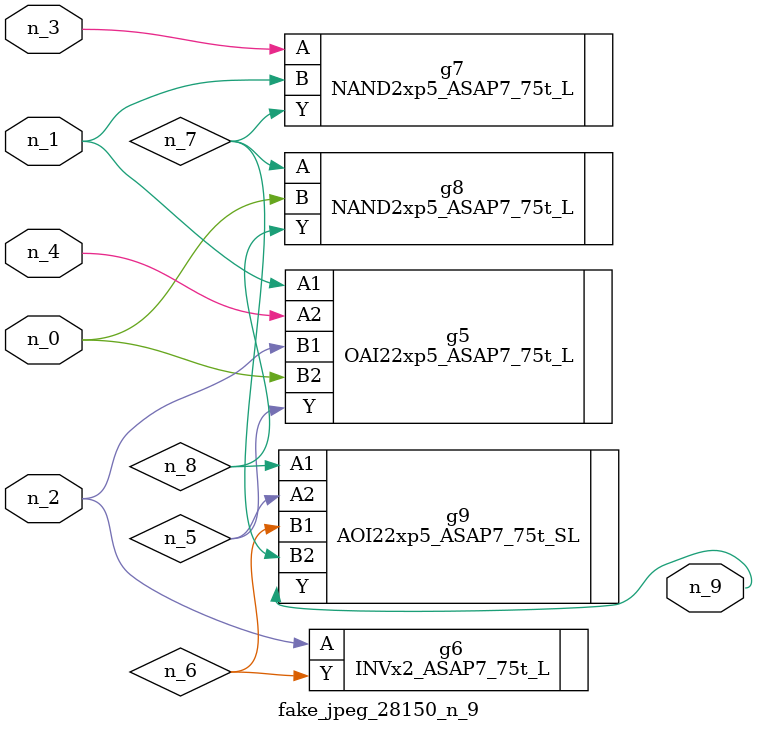
<source format=v>
module fake_jpeg_28150_n_9 (n_3, n_2, n_1, n_0, n_4, n_9);

input n_3;
input n_2;
input n_1;
input n_0;
input n_4;

output n_9;

wire n_8;
wire n_6;
wire n_5;
wire n_7;

OAI22xp5_ASAP7_75t_L g5 ( 
.A1(n_1),
.A2(n_4),
.B1(n_2),
.B2(n_0),
.Y(n_5)
);

INVx2_ASAP7_75t_L g6 ( 
.A(n_2),
.Y(n_6)
);

NAND2xp5_ASAP7_75t_L g7 ( 
.A(n_3),
.B(n_1),
.Y(n_7)
);

NAND2xp5_ASAP7_75t_L g8 ( 
.A(n_7),
.B(n_0),
.Y(n_8)
);

AOI22xp5_ASAP7_75t_SL g9 ( 
.A1(n_8),
.A2(n_5),
.B1(n_6),
.B2(n_7),
.Y(n_9)
);


endmodule
</source>
